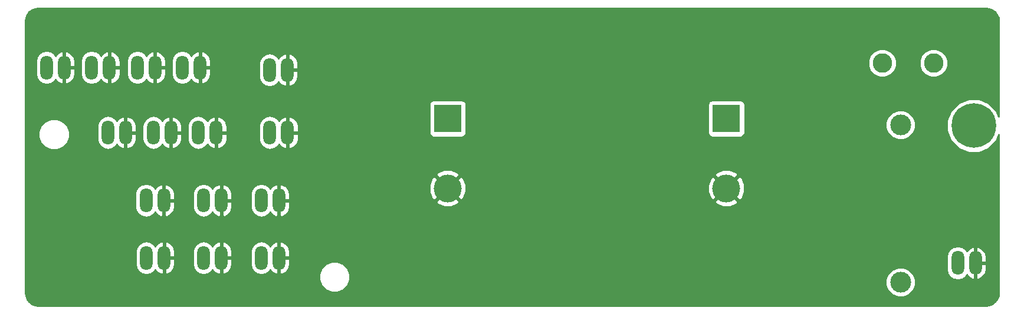
<source format=gbl>
G04 #@! TF.GenerationSoftware,KiCad,Pcbnew,5.0.1-33cea8e~68~ubuntu16.04.1*
G04 #@! TF.CreationDate,2019-04-13T16:41:16-04:00*
G04 #@! TF.ProjectId,filterbuffer,66696C7465726275666665722E6B6963,rev?*
G04 #@! TF.SameCoordinates,Original*
G04 #@! TF.FileFunction,Copper,L2,Bot,Signal*
G04 #@! TF.FilePolarity,Positive*
%FSLAX46Y46*%
G04 Gerber Fmt 4.6, Leading zero omitted, Abs format (unit mm)*
G04 Created by KiCad (PCBNEW 5.0.1-33cea8e~68~ubuntu16.04.1) date Sat 13 Apr 2019 16:41:16 EDT*
%MOMM*%
%LPD*%
G01*
G04 APERTURE LIST*
G04 #@! TA.AperFunction,ComponentPad*
%ADD10C,6.400000*%
G04 #@! TD*
G04 #@! TA.AperFunction,ComponentPad*
%ADD11C,0.800000*%
G04 #@! TD*
G04 #@! TA.AperFunction,ComponentPad*
%ADD12C,2.800000*%
G04 #@! TD*
G04 #@! TA.AperFunction,ComponentPad*
%ADD13C,3.000000*%
G04 #@! TD*
G04 #@! TA.AperFunction,ComponentPad*
%ADD14C,4.000000*%
G04 #@! TD*
G04 #@! TA.AperFunction,ComponentPad*
%ADD15R,4.000000X4.000000*%
G04 #@! TD*
G04 #@! TA.AperFunction,ComponentPad*
%ADD16O,1.800860X3.500120*%
G04 #@! TD*
G04 #@! TA.AperFunction,ViaPad*
%ADD17C,0.800000*%
G04 #@! TD*
G04 #@! TA.AperFunction,Conductor*
%ADD18C,0.254000*%
G04 #@! TD*
G04 APERTURE END LIST*
D10*
G04 #@! TO.P,H3,1*
G04 #@! TO.N,Net-(H3-Pad1)*
X181450000Y-114200000D03*
D11*
X183850000Y-114200000D03*
X183147056Y-115897056D03*
X181450000Y-116600000D03*
X179752944Y-115897056D03*
X179050000Y-114200000D03*
X179752944Y-112502944D03*
X181450000Y-111800000D03*
X183147056Y-112502944D03*
G04 #@! TD*
D12*
G04 #@! TO.P,TH1,1*
G04 #@! TO.N,Net-(F1-Pad2)*
X175700000Y-105200000D03*
G04 #@! TO.P,TH1,2*
G04 #@! TO.N,VCC*
X168330000Y-105200000D03*
G04 #@! TD*
D13*
G04 #@! TO.P,F1,1*
G04 #@! TO.N,Net-(F1-Pad1)*
X170950000Y-136700000D03*
G04 #@! TO.P,F1,2*
G04 #@! TO.N,Net-(F1-Pad2)*
X170950000Y-114100000D03*
G04 #@! TD*
D14*
G04 #@! TO.P,C1,2*
G04 #@! TO.N,GND*
X105950000Y-123200000D03*
D15*
G04 #@! TO.P,C1,1*
G04 #@! TO.N,VCC*
X105950000Y-113200000D03*
G04 #@! TD*
G04 #@! TO.P,C2,1*
G04 #@! TO.N,VCC*
X145950000Y-113200000D03*
D14*
G04 #@! TO.P,C2,2*
G04 #@! TO.N,GND*
X145950000Y-123200000D03*
G04 #@! TD*
D16*
G04 #@! TO.P,J5,2*
G04 #@! TO.N,GND*
X73450000Y-133200000D03*
G04 #@! TO.P,J5,1*
G04 #@! TO.N,VCC*
X70910000Y-133200000D03*
G04 #@! TD*
G04 #@! TO.P,J12,1*
G04 #@! TO.N,+12V*
X80430000Y-115200000D03*
G04 #@! TO.P,J12,2*
G04 #@! TO.N,GND*
X82970000Y-115200000D03*
G04 #@! TD*
G04 #@! TO.P,J11,2*
G04 #@! TO.N,GND*
X81740000Y-133200000D03*
G04 #@! TO.P,J11,1*
G04 #@! TO.N,VCC*
X79200000Y-133200000D03*
G04 #@! TD*
G04 #@! TO.P,J10,1*
G04 #@! TO.N,+5V*
X48360000Y-105850000D03*
G04 #@! TO.P,J10,2*
G04 #@! TO.N,GND*
X50900000Y-105850000D03*
G04 #@! TD*
G04 #@! TO.P,J9,2*
G04 #@! TO.N,GND*
X72720000Y-115200000D03*
G04 #@! TO.P,J9,1*
G04 #@! TO.N,+12V*
X70180000Y-115200000D03*
G04 #@! TD*
G04 #@! TO.P,J8,1*
G04 #@! TO.N,VCC*
X79200000Y-124950000D03*
G04 #@! TO.P,J8,2*
G04 #@! TO.N,GND*
X81740000Y-124950000D03*
G04 #@! TD*
G04 #@! TO.P,J7,2*
G04 #@! TO.N,GND*
X57400000Y-105850000D03*
G04 #@! TO.P,J7,1*
G04 #@! TO.N,+5V*
X54860000Y-105850000D03*
G04 #@! TD*
G04 #@! TO.P,J6,1*
G04 #@! TO.N,+12V*
X57180000Y-115200000D03*
G04 #@! TO.P,J6,2*
G04 #@! TO.N,GND*
X59720000Y-115200000D03*
G04 #@! TD*
G04 #@! TO.P,J4,2*
G04 #@! TO.N,GND*
X63940000Y-105850000D03*
G04 #@! TO.P,J4,1*
G04 #@! TO.N,+5V*
X61400000Y-105850000D03*
G04 #@! TD*
G04 #@! TO.P,J3,1*
G04 #@! TO.N,+12V*
X63680000Y-115200000D03*
G04 #@! TO.P,J3,2*
G04 #@! TO.N,GND*
X66220000Y-115200000D03*
G04 #@! TD*
G04 #@! TO.P,J2,2*
G04 #@! TO.N,GND*
X65200000Y-124950000D03*
G04 #@! TO.P,J2,1*
G04 #@! TO.N,VCC*
X62660000Y-124950000D03*
G04 #@! TD*
G04 #@! TO.P,J1,1*
G04 #@! TO.N,VCC*
X62700000Y-133200000D03*
G04 #@! TO.P,J1,2*
G04 #@! TO.N,GND*
X65240000Y-133200000D03*
G04 #@! TD*
G04 #@! TO.P,J14,2*
G04 #@! TO.N,GND*
X73470000Y-124950000D03*
G04 #@! TO.P,J14,1*
G04 #@! TO.N,VCC*
X70930000Y-124950000D03*
G04 #@! TD*
G04 #@! TO.P,J15,1*
G04 #@! TO.N,+5V*
X80410000Y-106200000D03*
G04 #@! TO.P,J15,2*
G04 #@! TO.N,GND*
X82950000Y-106200000D03*
G04 #@! TD*
G04 #@! TO.P,J16,2*
G04 #@! TO.N,GND*
X181700000Y-133950000D03*
G04 #@! TO.P,J16,1*
G04 #@! TO.N,Net-(F1-Pad1)*
X179160000Y-133950000D03*
G04 #@! TD*
G04 #@! TO.P,J13,1*
G04 #@! TO.N,+5V*
X67880000Y-105850000D03*
G04 #@! TO.P,J13,2*
G04 #@! TO.N,GND*
X70420000Y-105850000D03*
G04 #@! TD*
D17*
G04 #@! TO.N,GND*
X58950000Y-124950000D03*
X57950000Y-124950000D03*
G04 #@! TD*
D18*
G04 #@! TO.N,GND*
G36*
X183684485Y-97391880D02*
X184135952Y-97578884D01*
X184523636Y-97876364D01*
X184821116Y-98264048D01*
X185008120Y-98715515D01*
X185073000Y-99208328D01*
X185073000Y-112925358D01*
X184701156Y-112027647D01*
X183622353Y-110948844D01*
X182212829Y-110365000D01*
X180687171Y-110365000D01*
X179277647Y-110948844D01*
X178198844Y-112027647D01*
X177615000Y-113437171D01*
X177615000Y-114962829D01*
X178198844Y-116372353D01*
X179277647Y-117451156D01*
X180687171Y-118035000D01*
X182212829Y-118035000D01*
X183622353Y-117451156D01*
X184701156Y-116372353D01*
X185073000Y-115474642D01*
X185073000Y-138191672D01*
X185008120Y-138684485D01*
X184821116Y-139135952D01*
X184523636Y-139523636D01*
X184135952Y-139821116D01*
X183684485Y-140008120D01*
X183191672Y-140073000D01*
X47208328Y-140073000D01*
X46715515Y-140008120D01*
X46264048Y-139821116D01*
X45876364Y-139523636D01*
X45578884Y-139135952D01*
X45391880Y-138684485D01*
X45327000Y-138191672D01*
X45327000Y-132199148D01*
X61164570Y-132199148D01*
X61164570Y-134200853D01*
X61253658Y-134648725D01*
X61593018Y-135156613D01*
X62100906Y-135495973D01*
X62700000Y-135615140D01*
X63299095Y-135495973D01*
X63806983Y-135156613D01*
X63981740Y-134895071D01*
X64244089Y-135225145D01*
X64769748Y-135516783D01*
X64875192Y-135541093D01*
X65113000Y-135420440D01*
X65113000Y-133327000D01*
X65367000Y-133327000D01*
X65367000Y-135420440D01*
X65604808Y-135541093D01*
X65710252Y-135516783D01*
X66235911Y-135225145D01*
X66609952Y-134754546D01*
X66775430Y-134176630D01*
X66775430Y-133327000D01*
X65367000Y-133327000D01*
X65113000Y-133327000D01*
X65093000Y-133327000D01*
X65093000Y-133073000D01*
X65113000Y-133073000D01*
X65113000Y-130979560D01*
X65367000Y-130979560D01*
X65367000Y-133073000D01*
X66775430Y-133073000D01*
X66775430Y-132223370D01*
X66768495Y-132199148D01*
X69374570Y-132199148D01*
X69374570Y-134200853D01*
X69463658Y-134648725D01*
X69803018Y-135156613D01*
X70310906Y-135495973D01*
X70910000Y-135615140D01*
X71509095Y-135495973D01*
X72016983Y-135156613D01*
X72191740Y-134895071D01*
X72454089Y-135225145D01*
X72979748Y-135516783D01*
X73085192Y-135541093D01*
X73323000Y-135420440D01*
X73323000Y-133327000D01*
X73577000Y-133327000D01*
X73577000Y-135420440D01*
X73814808Y-135541093D01*
X73920252Y-135516783D01*
X74445911Y-135225145D01*
X74819952Y-134754546D01*
X74985430Y-134176630D01*
X74985430Y-133327000D01*
X73577000Y-133327000D01*
X73323000Y-133327000D01*
X73303000Y-133327000D01*
X73303000Y-133073000D01*
X73323000Y-133073000D01*
X73323000Y-130979560D01*
X73577000Y-130979560D01*
X73577000Y-133073000D01*
X74985430Y-133073000D01*
X74985430Y-132223370D01*
X74978495Y-132199148D01*
X77664570Y-132199148D01*
X77664570Y-134200853D01*
X77753658Y-134648725D01*
X78093018Y-135156613D01*
X78600906Y-135495973D01*
X79200000Y-135615140D01*
X79799095Y-135495973D01*
X80306983Y-135156613D01*
X80481740Y-134895071D01*
X80744089Y-135225145D01*
X81269748Y-135516783D01*
X81375192Y-135541093D01*
X81613000Y-135420440D01*
X81613000Y-133327000D01*
X81867000Y-133327000D01*
X81867000Y-135420440D01*
X82104808Y-135541093D01*
X82210252Y-135516783D01*
X82230713Y-135505431D01*
X87465000Y-135505431D01*
X87465000Y-136394569D01*
X87805259Y-137216026D01*
X88433974Y-137844741D01*
X89255431Y-138185000D01*
X90144569Y-138185000D01*
X90966026Y-137844741D01*
X91594741Y-137216026D01*
X91935000Y-136394569D01*
X91935000Y-136275322D01*
X168815000Y-136275322D01*
X168815000Y-137124678D01*
X169140034Y-137909380D01*
X169740620Y-138509966D01*
X170525322Y-138835000D01*
X171374678Y-138835000D01*
X172159380Y-138509966D01*
X172759966Y-137909380D01*
X173085000Y-137124678D01*
X173085000Y-136275322D01*
X172759966Y-135490620D01*
X172159380Y-134890034D01*
X171374678Y-134565000D01*
X170525322Y-134565000D01*
X169740620Y-134890034D01*
X169140034Y-135490620D01*
X168815000Y-136275322D01*
X91935000Y-136275322D01*
X91935000Y-135505431D01*
X91594741Y-134683974D01*
X90966026Y-134055259D01*
X90144569Y-133715000D01*
X89255431Y-133715000D01*
X88433974Y-134055259D01*
X87805259Y-134683974D01*
X87465000Y-135505431D01*
X82230713Y-135505431D01*
X82735911Y-135225145D01*
X83109952Y-134754546D01*
X83275430Y-134176630D01*
X83275430Y-133327000D01*
X81867000Y-133327000D01*
X81613000Y-133327000D01*
X81593000Y-133327000D01*
X81593000Y-133073000D01*
X81613000Y-133073000D01*
X81613000Y-130979560D01*
X81867000Y-130979560D01*
X81867000Y-133073000D01*
X83275430Y-133073000D01*
X83275430Y-132949148D01*
X177624570Y-132949148D01*
X177624570Y-134950853D01*
X177713658Y-135398725D01*
X178053018Y-135906613D01*
X178560906Y-136245973D01*
X179160000Y-136365140D01*
X179759095Y-136245973D01*
X180266983Y-135906613D01*
X180441740Y-135645071D01*
X180704089Y-135975145D01*
X181229748Y-136266783D01*
X181335192Y-136291093D01*
X181573000Y-136170440D01*
X181573000Y-134077000D01*
X181827000Y-134077000D01*
X181827000Y-136170440D01*
X182064808Y-136291093D01*
X182170252Y-136266783D01*
X182695911Y-135975145D01*
X183069952Y-135504546D01*
X183235430Y-134926630D01*
X183235430Y-134077000D01*
X181827000Y-134077000D01*
X181573000Y-134077000D01*
X181553000Y-134077000D01*
X181553000Y-133823000D01*
X181573000Y-133823000D01*
X181573000Y-131729560D01*
X181827000Y-131729560D01*
X181827000Y-133823000D01*
X183235430Y-133823000D01*
X183235430Y-132973370D01*
X183069952Y-132395454D01*
X182695911Y-131924855D01*
X182170252Y-131633217D01*
X182064808Y-131608907D01*
X181827000Y-131729560D01*
X181573000Y-131729560D01*
X181335192Y-131608907D01*
X181229748Y-131633217D01*
X180704089Y-131924855D01*
X180441740Y-132254929D01*
X180266983Y-131993387D01*
X179759094Y-131654027D01*
X179160000Y-131534860D01*
X178560905Y-131654027D01*
X178053017Y-131993387D01*
X177713657Y-132501276D01*
X177624570Y-132949148D01*
X83275430Y-132949148D01*
X83275430Y-132223370D01*
X83109952Y-131645454D01*
X82735911Y-131174855D01*
X82210252Y-130883217D01*
X82104808Y-130858907D01*
X81867000Y-130979560D01*
X81613000Y-130979560D01*
X81375192Y-130858907D01*
X81269748Y-130883217D01*
X80744089Y-131174855D01*
X80481740Y-131504929D01*
X80306983Y-131243387D01*
X79799094Y-130904027D01*
X79200000Y-130784860D01*
X78600905Y-130904027D01*
X78093017Y-131243387D01*
X77753657Y-131751276D01*
X77664570Y-132199148D01*
X74978495Y-132199148D01*
X74819952Y-131645454D01*
X74445911Y-131174855D01*
X73920252Y-130883217D01*
X73814808Y-130858907D01*
X73577000Y-130979560D01*
X73323000Y-130979560D01*
X73085192Y-130858907D01*
X72979748Y-130883217D01*
X72454089Y-131174855D01*
X72191740Y-131504929D01*
X72016983Y-131243387D01*
X71509094Y-130904027D01*
X70910000Y-130784860D01*
X70310905Y-130904027D01*
X69803017Y-131243387D01*
X69463657Y-131751276D01*
X69374570Y-132199148D01*
X66768495Y-132199148D01*
X66609952Y-131645454D01*
X66235911Y-131174855D01*
X65710252Y-130883217D01*
X65604808Y-130858907D01*
X65367000Y-130979560D01*
X65113000Y-130979560D01*
X64875192Y-130858907D01*
X64769748Y-130883217D01*
X64244089Y-131174855D01*
X63981740Y-131504929D01*
X63806983Y-131243387D01*
X63299094Y-130904027D01*
X62700000Y-130784860D01*
X62100905Y-130904027D01*
X61593017Y-131243387D01*
X61253657Y-131751276D01*
X61164570Y-132199148D01*
X45327000Y-132199148D01*
X45327000Y-123949148D01*
X61124570Y-123949148D01*
X61124570Y-125950853D01*
X61213658Y-126398725D01*
X61553018Y-126906613D01*
X62060906Y-127245973D01*
X62660000Y-127365140D01*
X63259095Y-127245973D01*
X63766983Y-126906613D01*
X63941740Y-126645071D01*
X64204089Y-126975145D01*
X64729748Y-127266783D01*
X64835192Y-127291093D01*
X65073000Y-127170440D01*
X65073000Y-125077000D01*
X65327000Y-125077000D01*
X65327000Y-127170440D01*
X65564808Y-127291093D01*
X65670252Y-127266783D01*
X66195911Y-126975145D01*
X66569952Y-126504546D01*
X66735430Y-125926630D01*
X66735430Y-125077000D01*
X65327000Y-125077000D01*
X65073000Y-125077000D01*
X65053000Y-125077000D01*
X65053000Y-124823000D01*
X65073000Y-124823000D01*
X65073000Y-122729560D01*
X65327000Y-122729560D01*
X65327000Y-124823000D01*
X66735430Y-124823000D01*
X66735430Y-123973370D01*
X66728495Y-123949148D01*
X69394570Y-123949148D01*
X69394570Y-125950853D01*
X69483658Y-126398725D01*
X69823018Y-126906613D01*
X70330906Y-127245973D01*
X70930000Y-127365140D01*
X71529095Y-127245973D01*
X72036983Y-126906613D01*
X72211740Y-126645071D01*
X72474089Y-126975145D01*
X72999748Y-127266783D01*
X73105192Y-127291093D01*
X73343000Y-127170440D01*
X73343000Y-125077000D01*
X73597000Y-125077000D01*
X73597000Y-127170440D01*
X73834808Y-127291093D01*
X73940252Y-127266783D01*
X74465911Y-126975145D01*
X74839952Y-126504546D01*
X75005430Y-125926630D01*
X75005430Y-125077000D01*
X73597000Y-125077000D01*
X73343000Y-125077000D01*
X73323000Y-125077000D01*
X73323000Y-124823000D01*
X73343000Y-124823000D01*
X73343000Y-122729560D01*
X73597000Y-122729560D01*
X73597000Y-124823000D01*
X75005430Y-124823000D01*
X75005430Y-123973370D01*
X74998495Y-123949148D01*
X77664570Y-123949148D01*
X77664570Y-125950853D01*
X77753658Y-126398725D01*
X78093018Y-126906613D01*
X78600906Y-127245973D01*
X79200000Y-127365140D01*
X79799095Y-127245973D01*
X80306983Y-126906613D01*
X80481740Y-126645071D01*
X80744089Y-126975145D01*
X81269748Y-127266783D01*
X81375192Y-127291093D01*
X81613000Y-127170440D01*
X81613000Y-125077000D01*
X81867000Y-125077000D01*
X81867000Y-127170440D01*
X82104808Y-127291093D01*
X82210252Y-127266783D01*
X82735911Y-126975145D01*
X83109952Y-126504546D01*
X83275430Y-125926630D01*
X83275430Y-125077000D01*
X81867000Y-125077000D01*
X81613000Y-125077000D01*
X81593000Y-125077000D01*
X81593000Y-125075022D01*
X104254584Y-125075022D01*
X104475353Y-125445743D01*
X105447012Y-125839119D01*
X106495247Y-125830713D01*
X107424647Y-125445743D01*
X107645416Y-125075022D01*
X144254584Y-125075022D01*
X144475353Y-125445743D01*
X145447012Y-125839119D01*
X146495247Y-125830713D01*
X147424647Y-125445743D01*
X147645416Y-125075022D01*
X145950000Y-123379605D01*
X144254584Y-125075022D01*
X107645416Y-125075022D01*
X105950000Y-123379605D01*
X104254584Y-125075022D01*
X81593000Y-125075022D01*
X81593000Y-124823000D01*
X81613000Y-124823000D01*
X81613000Y-122729560D01*
X81867000Y-122729560D01*
X81867000Y-124823000D01*
X83275430Y-124823000D01*
X83275430Y-123973370D01*
X83109952Y-123395454D01*
X82735911Y-122924855D01*
X82325239Y-122697012D01*
X103310881Y-122697012D01*
X103319287Y-123745247D01*
X103704257Y-124674647D01*
X104074978Y-124895416D01*
X105770395Y-123200000D01*
X106129605Y-123200000D01*
X107825022Y-124895416D01*
X108195743Y-124674647D01*
X108589119Y-123702988D01*
X108581052Y-122697012D01*
X143310881Y-122697012D01*
X143319287Y-123745247D01*
X143704257Y-124674647D01*
X144074978Y-124895416D01*
X145770395Y-123200000D01*
X146129605Y-123200000D01*
X147825022Y-124895416D01*
X148195743Y-124674647D01*
X148589119Y-123702988D01*
X148580713Y-122654753D01*
X148195743Y-121725353D01*
X147825022Y-121504584D01*
X146129605Y-123200000D01*
X145770395Y-123200000D01*
X144074978Y-121504584D01*
X143704257Y-121725353D01*
X143310881Y-122697012D01*
X108581052Y-122697012D01*
X108580713Y-122654753D01*
X108195743Y-121725353D01*
X107825022Y-121504584D01*
X106129605Y-123200000D01*
X105770395Y-123200000D01*
X104074978Y-121504584D01*
X103704257Y-121725353D01*
X103310881Y-122697012D01*
X82325239Y-122697012D01*
X82210252Y-122633217D01*
X82104808Y-122608907D01*
X81867000Y-122729560D01*
X81613000Y-122729560D01*
X81375192Y-122608907D01*
X81269748Y-122633217D01*
X80744089Y-122924855D01*
X80481740Y-123254929D01*
X80306983Y-122993387D01*
X79799094Y-122654027D01*
X79200000Y-122534860D01*
X78600905Y-122654027D01*
X78093017Y-122993387D01*
X77753657Y-123501276D01*
X77664570Y-123949148D01*
X74998495Y-123949148D01*
X74839952Y-123395454D01*
X74465911Y-122924855D01*
X73940252Y-122633217D01*
X73834808Y-122608907D01*
X73597000Y-122729560D01*
X73343000Y-122729560D01*
X73105192Y-122608907D01*
X72999748Y-122633217D01*
X72474089Y-122924855D01*
X72211740Y-123254929D01*
X72036983Y-122993387D01*
X71529094Y-122654027D01*
X70930000Y-122534860D01*
X70330905Y-122654027D01*
X69823017Y-122993387D01*
X69483657Y-123501276D01*
X69394570Y-123949148D01*
X66728495Y-123949148D01*
X66569952Y-123395454D01*
X66195911Y-122924855D01*
X65670252Y-122633217D01*
X65564808Y-122608907D01*
X65327000Y-122729560D01*
X65073000Y-122729560D01*
X64835192Y-122608907D01*
X64729748Y-122633217D01*
X64204089Y-122924855D01*
X63941740Y-123254929D01*
X63766983Y-122993387D01*
X63259094Y-122654027D01*
X62660000Y-122534860D01*
X62060905Y-122654027D01*
X61553017Y-122993387D01*
X61213657Y-123501276D01*
X61124570Y-123949148D01*
X45327000Y-123949148D01*
X45327000Y-121324978D01*
X104254584Y-121324978D01*
X105950000Y-123020395D01*
X107645416Y-121324978D01*
X144254584Y-121324978D01*
X145950000Y-123020395D01*
X147645416Y-121324978D01*
X147424647Y-120954257D01*
X146452988Y-120560881D01*
X145404753Y-120569287D01*
X144475353Y-120954257D01*
X144254584Y-121324978D01*
X107645416Y-121324978D01*
X107424647Y-120954257D01*
X106452988Y-120560881D01*
X105404753Y-120569287D01*
X104475353Y-120954257D01*
X104254584Y-121324978D01*
X45327000Y-121324978D01*
X45327000Y-115005431D01*
X47215000Y-115005431D01*
X47215000Y-115894569D01*
X47555259Y-116716026D01*
X48183974Y-117344741D01*
X49005431Y-117685000D01*
X49894569Y-117685000D01*
X50716026Y-117344741D01*
X51344741Y-116716026D01*
X51685000Y-115894569D01*
X51685000Y-115005431D01*
X51351027Y-114199148D01*
X55644570Y-114199148D01*
X55644570Y-116200853D01*
X55733658Y-116648725D01*
X56073018Y-117156613D01*
X56580906Y-117495973D01*
X57180000Y-117615140D01*
X57779095Y-117495973D01*
X58286983Y-117156613D01*
X58461740Y-116895071D01*
X58724089Y-117225145D01*
X59249748Y-117516783D01*
X59355192Y-117541093D01*
X59593000Y-117420440D01*
X59593000Y-115327000D01*
X59847000Y-115327000D01*
X59847000Y-117420440D01*
X60084808Y-117541093D01*
X60190252Y-117516783D01*
X60715911Y-117225145D01*
X61089952Y-116754546D01*
X61255430Y-116176630D01*
X61255430Y-115327000D01*
X59847000Y-115327000D01*
X59593000Y-115327000D01*
X59573000Y-115327000D01*
X59573000Y-115073000D01*
X59593000Y-115073000D01*
X59593000Y-112979560D01*
X59847000Y-112979560D01*
X59847000Y-115073000D01*
X61255430Y-115073000D01*
X61255430Y-114223370D01*
X61248495Y-114199148D01*
X62144570Y-114199148D01*
X62144570Y-116200853D01*
X62233658Y-116648725D01*
X62573018Y-117156613D01*
X63080906Y-117495973D01*
X63680000Y-117615140D01*
X64279095Y-117495973D01*
X64786983Y-117156613D01*
X64961740Y-116895071D01*
X65224089Y-117225145D01*
X65749748Y-117516783D01*
X65855192Y-117541093D01*
X66093000Y-117420440D01*
X66093000Y-115327000D01*
X66347000Y-115327000D01*
X66347000Y-117420440D01*
X66584808Y-117541093D01*
X66690252Y-117516783D01*
X67215911Y-117225145D01*
X67589952Y-116754546D01*
X67755430Y-116176630D01*
X67755430Y-115327000D01*
X66347000Y-115327000D01*
X66093000Y-115327000D01*
X66073000Y-115327000D01*
X66073000Y-115073000D01*
X66093000Y-115073000D01*
X66093000Y-112979560D01*
X66347000Y-112979560D01*
X66347000Y-115073000D01*
X67755430Y-115073000D01*
X67755430Y-114223370D01*
X67748495Y-114199148D01*
X68644570Y-114199148D01*
X68644570Y-116200853D01*
X68733658Y-116648725D01*
X69073018Y-117156613D01*
X69580906Y-117495973D01*
X70180000Y-117615140D01*
X70779095Y-117495973D01*
X71286983Y-117156613D01*
X71461740Y-116895071D01*
X71724089Y-117225145D01*
X72249748Y-117516783D01*
X72355192Y-117541093D01*
X72593000Y-117420440D01*
X72593000Y-115327000D01*
X72847000Y-115327000D01*
X72847000Y-117420440D01*
X73084808Y-117541093D01*
X73190252Y-117516783D01*
X73715911Y-117225145D01*
X74089952Y-116754546D01*
X74255430Y-116176630D01*
X74255430Y-115327000D01*
X72847000Y-115327000D01*
X72593000Y-115327000D01*
X72573000Y-115327000D01*
X72573000Y-115073000D01*
X72593000Y-115073000D01*
X72593000Y-112979560D01*
X72847000Y-112979560D01*
X72847000Y-115073000D01*
X74255430Y-115073000D01*
X74255430Y-114223370D01*
X74248495Y-114199148D01*
X78894570Y-114199148D01*
X78894570Y-116200853D01*
X78983658Y-116648725D01*
X79323018Y-117156613D01*
X79830906Y-117495973D01*
X80430000Y-117615140D01*
X81029095Y-117495973D01*
X81536983Y-117156613D01*
X81711740Y-116895071D01*
X81974089Y-117225145D01*
X82499748Y-117516783D01*
X82605192Y-117541093D01*
X82843000Y-117420440D01*
X82843000Y-115327000D01*
X83097000Y-115327000D01*
X83097000Y-117420440D01*
X83334808Y-117541093D01*
X83440252Y-117516783D01*
X83965911Y-117225145D01*
X84339952Y-116754546D01*
X84505430Y-116176630D01*
X84505430Y-115327000D01*
X83097000Y-115327000D01*
X82843000Y-115327000D01*
X82823000Y-115327000D01*
X82823000Y-115073000D01*
X82843000Y-115073000D01*
X82843000Y-112979560D01*
X83097000Y-112979560D01*
X83097000Y-115073000D01*
X84505430Y-115073000D01*
X84505430Y-114223370D01*
X84339952Y-113645454D01*
X83965911Y-113174855D01*
X83440252Y-112883217D01*
X83334808Y-112858907D01*
X83097000Y-112979560D01*
X82843000Y-112979560D01*
X82605192Y-112858907D01*
X82499748Y-112883217D01*
X81974089Y-113174855D01*
X81711740Y-113504929D01*
X81536983Y-113243387D01*
X81029094Y-112904027D01*
X80430000Y-112784860D01*
X79830905Y-112904027D01*
X79323017Y-113243387D01*
X78983657Y-113751276D01*
X78894570Y-114199148D01*
X74248495Y-114199148D01*
X74089952Y-113645454D01*
X73715911Y-113174855D01*
X73190252Y-112883217D01*
X73084808Y-112858907D01*
X72847000Y-112979560D01*
X72593000Y-112979560D01*
X72355192Y-112858907D01*
X72249748Y-112883217D01*
X71724089Y-113174855D01*
X71461740Y-113504929D01*
X71286983Y-113243387D01*
X70779094Y-112904027D01*
X70180000Y-112784860D01*
X69580905Y-112904027D01*
X69073017Y-113243387D01*
X68733657Y-113751276D01*
X68644570Y-114199148D01*
X67748495Y-114199148D01*
X67589952Y-113645454D01*
X67215911Y-113174855D01*
X66690252Y-112883217D01*
X66584808Y-112858907D01*
X66347000Y-112979560D01*
X66093000Y-112979560D01*
X65855192Y-112858907D01*
X65749748Y-112883217D01*
X65224089Y-113174855D01*
X64961740Y-113504929D01*
X64786983Y-113243387D01*
X64279094Y-112904027D01*
X63680000Y-112784860D01*
X63080905Y-112904027D01*
X62573017Y-113243387D01*
X62233657Y-113751276D01*
X62144570Y-114199148D01*
X61248495Y-114199148D01*
X61089952Y-113645454D01*
X60715911Y-113174855D01*
X60190252Y-112883217D01*
X60084808Y-112858907D01*
X59847000Y-112979560D01*
X59593000Y-112979560D01*
X59355192Y-112858907D01*
X59249748Y-112883217D01*
X58724089Y-113174855D01*
X58461740Y-113504929D01*
X58286983Y-113243387D01*
X57779094Y-112904027D01*
X57180000Y-112784860D01*
X56580905Y-112904027D01*
X56073017Y-113243387D01*
X55733657Y-113751276D01*
X55644570Y-114199148D01*
X51351027Y-114199148D01*
X51344741Y-114183974D01*
X50716026Y-113555259D01*
X49894569Y-113215000D01*
X49005431Y-113215000D01*
X48183974Y-113555259D01*
X47555259Y-114183974D01*
X47215000Y-115005431D01*
X45327000Y-115005431D01*
X45327000Y-111200000D01*
X103302560Y-111200000D01*
X103302560Y-115200000D01*
X103351843Y-115447765D01*
X103492191Y-115657809D01*
X103702235Y-115798157D01*
X103950000Y-115847440D01*
X107950000Y-115847440D01*
X108197765Y-115798157D01*
X108407809Y-115657809D01*
X108548157Y-115447765D01*
X108597440Y-115200000D01*
X108597440Y-111200000D01*
X143302560Y-111200000D01*
X143302560Y-115200000D01*
X143351843Y-115447765D01*
X143492191Y-115657809D01*
X143702235Y-115798157D01*
X143950000Y-115847440D01*
X147950000Y-115847440D01*
X148197765Y-115798157D01*
X148407809Y-115657809D01*
X148548157Y-115447765D01*
X148597440Y-115200000D01*
X148597440Y-113675322D01*
X168815000Y-113675322D01*
X168815000Y-114524678D01*
X169140034Y-115309380D01*
X169740620Y-115909966D01*
X170525322Y-116235000D01*
X171374678Y-116235000D01*
X172159380Y-115909966D01*
X172759966Y-115309380D01*
X173085000Y-114524678D01*
X173085000Y-113675322D01*
X172759966Y-112890620D01*
X172159380Y-112290034D01*
X171374678Y-111965000D01*
X170525322Y-111965000D01*
X169740620Y-112290034D01*
X169140034Y-112890620D01*
X168815000Y-113675322D01*
X148597440Y-113675322D01*
X148597440Y-111200000D01*
X148548157Y-110952235D01*
X148407809Y-110742191D01*
X148197765Y-110601843D01*
X147950000Y-110552560D01*
X143950000Y-110552560D01*
X143702235Y-110601843D01*
X143492191Y-110742191D01*
X143351843Y-110952235D01*
X143302560Y-111200000D01*
X108597440Y-111200000D01*
X108548157Y-110952235D01*
X108407809Y-110742191D01*
X108197765Y-110601843D01*
X107950000Y-110552560D01*
X103950000Y-110552560D01*
X103702235Y-110601843D01*
X103492191Y-110742191D01*
X103351843Y-110952235D01*
X103302560Y-111200000D01*
X45327000Y-111200000D01*
X45327000Y-104849148D01*
X46824570Y-104849148D01*
X46824570Y-106850853D01*
X46913658Y-107298725D01*
X47253018Y-107806613D01*
X47760906Y-108145973D01*
X48360000Y-108265140D01*
X48959095Y-108145973D01*
X49466983Y-107806613D01*
X49641740Y-107545071D01*
X49904089Y-107875145D01*
X50429748Y-108166783D01*
X50535192Y-108191093D01*
X50773000Y-108070440D01*
X50773000Y-105977000D01*
X51027000Y-105977000D01*
X51027000Y-108070440D01*
X51264808Y-108191093D01*
X51370252Y-108166783D01*
X51895911Y-107875145D01*
X52269952Y-107404546D01*
X52435430Y-106826630D01*
X52435430Y-105977000D01*
X51027000Y-105977000D01*
X50773000Y-105977000D01*
X50753000Y-105977000D01*
X50753000Y-105723000D01*
X50773000Y-105723000D01*
X50773000Y-103629560D01*
X51027000Y-103629560D01*
X51027000Y-105723000D01*
X52435430Y-105723000D01*
X52435430Y-104873370D01*
X52428495Y-104849148D01*
X53324570Y-104849148D01*
X53324570Y-106850853D01*
X53413658Y-107298725D01*
X53753018Y-107806613D01*
X54260906Y-108145973D01*
X54860000Y-108265140D01*
X55459095Y-108145973D01*
X55966983Y-107806613D01*
X56141740Y-107545071D01*
X56404089Y-107875145D01*
X56929748Y-108166783D01*
X57035192Y-108191093D01*
X57273000Y-108070440D01*
X57273000Y-105977000D01*
X57527000Y-105977000D01*
X57527000Y-108070440D01*
X57764808Y-108191093D01*
X57870252Y-108166783D01*
X58395911Y-107875145D01*
X58769952Y-107404546D01*
X58935430Y-106826630D01*
X58935430Y-105977000D01*
X57527000Y-105977000D01*
X57273000Y-105977000D01*
X57253000Y-105977000D01*
X57253000Y-105723000D01*
X57273000Y-105723000D01*
X57273000Y-103629560D01*
X57527000Y-103629560D01*
X57527000Y-105723000D01*
X58935430Y-105723000D01*
X58935430Y-104873370D01*
X58928495Y-104849148D01*
X59864570Y-104849148D01*
X59864570Y-106850853D01*
X59953658Y-107298725D01*
X60293018Y-107806613D01*
X60800906Y-108145973D01*
X61400000Y-108265140D01*
X61999095Y-108145973D01*
X62506983Y-107806613D01*
X62681740Y-107545071D01*
X62944089Y-107875145D01*
X63469748Y-108166783D01*
X63575192Y-108191093D01*
X63813000Y-108070440D01*
X63813000Y-105977000D01*
X64067000Y-105977000D01*
X64067000Y-108070440D01*
X64304808Y-108191093D01*
X64410252Y-108166783D01*
X64935911Y-107875145D01*
X65309952Y-107404546D01*
X65475430Y-106826630D01*
X65475430Y-105977000D01*
X64067000Y-105977000D01*
X63813000Y-105977000D01*
X63793000Y-105977000D01*
X63793000Y-105723000D01*
X63813000Y-105723000D01*
X63813000Y-103629560D01*
X64067000Y-103629560D01*
X64067000Y-105723000D01*
X65475430Y-105723000D01*
X65475430Y-104873370D01*
X65468495Y-104849148D01*
X66344570Y-104849148D01*
X66344570Y-106850853D01*
X66433658Y-107298725D01*
X66773018Y-107806613D01*
X67280906Y-108145973D01*
X67880000Y-108265140D01*
X68479095Y-108145973D01*
X68986983Y-107806613D01*
X69161740Y-107545071D01*
X69424089Y-107875145D01*
X69949748Y-108166783D01*
X70055192Y-108191093D01*
X70293000Y-108070440D01*
X70293000Y-105977000D01*
X70547000Y-105977000D01*
X70547000Y-108070440D01*
X70784808Y-108191093D01*
X70890252Y-108166783D01*
X71415911Y-107875145D01*
X71789952Y-107404546D01*
X71955430Y-106826630D01*
X71955430Y-105977000D01*
X70547000Y-105977000D01*
X70293000Y-105977000D01*
X70273000Y-105977000D01*
X70273000Y-105723000D01*
X70293000Y-105723000D01*
X70293000Y-103629560D01*
X70547000Y-103629560D01*
X70547000Y-105723000D01*
X71955430Y-105723000D01*
X71955430Y-105199148D01*
X78874570Y-105199148D01*
X78874570Y-107200853D01*
X78963658Y-107648725D01*
X79303018Y-108156613D01*
X79810906Y-108495973D01*
X80410000Y-108615140D01*
X81009095Y-108495973D01*
X81516983Y-108156613D01*
X81691740Y-107895071D01*
X81954089Y-108225145D01*
X82479748Y-108516783D01*
X82585192Y-108541093D01*
X82823000Y-108420440D01*
X82823000Y-106327000D01*
X83077000Y-106327000D01*
X83077000Y-108420440D01*
X83314808Y-108541093D01*
X83420252Y-108516783D01*
X83945911Y-108225145D01*
X84319952Y-107754546D01*
X84485430Y-107176630D01*
X84485430Y-106327000D01*
X83077000Y-106327000D01*
X82823000Y-106327000D01*
X82803000Y-106327000D01*
X82803000Y-106073000D01*
X82823000Y-106073000D01*
X82823000Y-103979560D01*
X83077000Y-103979560D01*
X83077000Y-106073000D01*
X84485430Y-106073000D01*
X84485430Y-105223370D01*
X84362834Y-104795213D01*
X166295000Y-104795213D01*
X166295000Y-105604787D01*
X166604810Y-106352735D01*
X167177265Y-106925190D01*
X167925213Y-107235000D01*
X168734787Y-107235000D01*
X169482735Y-106925190D01*
X170055190Y-106352735D01*
X170365000Y-105604787D01*
X170365000Y-104795213D01*
X173665000Y-104795213D01*
X173665000Y-105604787D01*
X173974810Y-106352735D01*
X174547265Y-106925190D01*
X175295213Y-107235000D01*
X176104787Y-107235000D01*
X176852735Y-106925190D01*
X177425190Y-106352735D01*
X177735000Y-105604787D01*
X177735000Y-104795213D01*
X177425190Y-104047265D01*
X176852735Y-103474810D01*
X176104787Y-103165000D01*
X175295213Y-103165000D01*
X174547265Y-103474810D01*
X173974810Y-104047265D01*
X173665000Y-104795213D01*
X170365000Y-104795213D01*
X170055190Y-104047265D01*
X169482735Y-103474810D01*
X168734787Y-103165000D01*
X167925213Y-103165000D01*
X167177265Y-103474810D01*
X166604810Y-104047265D01*
X166295000Y-104795213D01*
X84362834Y-104795213D01*
X84319952Y-104645454D01*
X83945911Y-104174855D01*
X83420252Y-103883217D01*
X83314808Y-103858907D01*
X83077000Y-103979560D01*
X82823000Y-103979560D01*
X82585192Y-103858907D01*
X82479748Y-103883217D01*
X81954089Y-104174855D01*
X81691740Y-104504929D01*
X81516983Y-104243387D01*
X81009094Y-103904027D01*
X80410000Y-103784860D01*
X79810905Y-103904027D01*
X79303017Y-104243387D01*
X78963657Y-104751276D01*
X78874570Y-105199148D01*
X71955430Y-105199148D01*
X71955430Y-104873370D01*
X71789952Y-104295454D01*
X71415911Y-103824855D01*
X70890252Y-103533217D01*
X70784808Y-103508907D01*
X70547000Y-103629560D01*
X70293000Y-103629560D01*
X70055192Y-103508907D01*
X69949748Y-103533217D01*
X69424089Y-103824855D01*
X69161740Y-104154929D01*
X68986983Y-103893387D01*
X68479094Y-103554027D01*
X67880000Y-103434860D01*
X67280905Y-103554027D01*
X66773017Y-103893387D01*
X66433657Y-104401276D01*
X66344570Y-104849148D01*
X65468495Y-104849148D01*
X65309952Y-104295454D01*
X64935911Y-103824855D01*
X64410252Y-103533217D01*
X64304808Y-103508907D01*
X64067000Y-103629560D01*
X63813000Y-103629560D01*
X63575192Y-103508907D01*
X63469748Y-103533217D01*
X62944089Y-103824855D01*
X62681740Y-104154929D01*
X62506983Y-103893387D01*
X61999094Y-103554027D01*
X61400000Y-103434860D01*
X60800905Y-103554027D01*
X60293017Y-103893387D01*
X59953657Y-104401276D01*
X59864570Y-104849148D01*
X58928495Y-104849148D01*
X58769952Y-104295454D01*
X58395911Y-103824855D01*
X57870252Y-103533217D01*
X57764808Y-103508907D01*
X57527000Y-103629560D01*
X57273000Y-103629560D01*
X57035192Y-103508907D01*
X56929748Y-103533217D01*
X56404089Y-103824855D01*
X56141740Y-104154929D01*
X55966983Y-103893387D01*
X55459094Y-103554027D01*
X54860000Y-103434860D01*
X54260905Y-103554027D01*
X53753017Y-103893387D01*
X53413657Y-104401276D01*
X53324570Y-104849148D01*
X52428495Y-104849148D01*
X52269952Y-104295454D01*
X51895911Y-103824855D01*
X51370252Y-103533217D01*
X51264808Y-103508907D01*
X51027000Y-103629560D01*
X50773000Y-103629560D01*
X50535192Y-103508907D01*
X50429748Y-103533217D01*
X49904089Y-103824855D01*
X49641740Y-104154929D01*
X49466983Y-103893387D01*
X48959094Y-103554027D01*
X48360000Y-103434860D01*
X47760905Y-103554027D01*
X47253017Y-103893387D01*
X46913657Y-104401276D01*
X46824570Y-104849148D01*
X45327000Y-104849148D01*
X45327000Y-99208328D01*
X45391880Y-98715515D01*
X45578884Y-98264048D01*
X45876364Y-97876364D01*
X46264048Y-97578884D01*
X46715515Y-97391880D01*
X47208328Y-97327000D01*
X183191672Y-97327000D01*
X183684485Y-97391880D01*
X183684485Y-97391880D01*
G37*
X183684485Y-97391880D02*
X184135952Y-97578884D01*
X184523636Y-97876364D01*
X184821116Y-98264048D01*
X185008120Y-98715515D01*
X185073000Y-99208328D01*
X185073000Y-112925358D01*
X184701156Y-112027647D01*
X183622353Y-110948844D01*
X182212829Y-110365000D01*
X180687171Y-110365000D01*
X179277647Y-110948844D01*
X178198844Y-112027647D01*
X177615000Y-113437171D01*
X177615000Y-114962829D01*
X178198844Y-116372353D01*
X179277647Y-117451156D01*
X180687171Y-118035000D01*
X182212829Y-118035000D01*
X183622353Y-117451156D01*
X184701156Y-116372353D01*
X185073000Y-115474642D01*
X185073000Y-138191672D01*
X185008120Y-138684485D01*
X184821116Y-139135952D01*
X184523636Y-139523636D01*
X184135952Y-139821116D01*
X183684485Y-140008120D01*
X183191672Y-140073000D01*
X47208328Y-140073000D01*
X46715515Y-140008120D01*
X46264048Y-139821116D01*
X45876364Y-139523636D01*
X45578884Y-139135952D01*
X45391880Y-138684485D01*
X45327000Y-138191672D01*
X45327000Y-132199148D01*
X61164570Y-132199148D01*
X61164570Y-134200853D01*
X61253658Y-134648725D01*
X61593018Y-135156613D01*
X62100906Y-135495973D01*
X62700000Y-135615140D01*
X63299095Y-135495973D01*
X63806983Y-135156613D01*
X63981740Y-134895071D01*
X64244089Y-135225145D01*
X64769748Y-135516783D01*
X64875192Y-135541093D01*
X65113000Y-135420440D01*
X65113000Y-133327000D01*
X65367000Y-133327000D01*
X65367000Y-135420440D01*
X65604808Y-135541093D01*
X65710252Y-135516783D01*
X66235911Y-135225145D01*
X66609952Y-134754546D01*
X66775430Y-134176630D01*
X66775430Y-133327000D01*
X65367000Y-133327000D01*
X65113000Y-133327000D01*
X65093000Y-133327000D01*
X65093000Y-133073000D01*
X65113000Y-133073000D01*
X65113000Y-130979560D01*
X65367000Y-130979560D01*
X65367000Y-133073000D01*
X66775430Y-133073000D01*
X66775430Y-132223370D01*
X66768495Y-132199148D01*
X69374570Y-132199148D01*
X69374570Y-134200853D01*
X69463658Y-134648725D01*
X69803018Y-135156613D01*
X70310906Y-135495973D01*
X70910000Y-135615140D01*
X71509095Y-135495973D01*
X72016983Y-135156613D01*
X72191740Y-134895071D01*
X72454089Y-135225145D01*
X72979748Y-135516783D01*
X73085192Y-135541093D01*
X73323000Y-135420440D01*
X73323000Y-133327000D01*
X73577000Y-133327000D01*
X73577000Y-135420440D01*
X73814808Y-135541093D01*
X73920252Y-135516783D01*
X74445911Y-135225145D01*
X74819952Y-134754546D01*
X74985430Y-134176630D01*
X74985430Y-133327000D01*
X73577000Y-133327000D01*
X73323000Y-133327000D01*
X73303000Y-133327000D01*
X73303000Y-133073000D01*
X73323000Y-133073000D01*
X73323000Y-130979560D01*
X73577000Y-130979560D01*
X73577000Y-133073000D01*
X74985430Y-133073000D01*
X74985430Y-132223370D01*
X74978495Y-132199148D01*
X77664570Y-132199148D01*
X77664570Y-134200853D01*
X77753658Y-134648725D01*
X78093018Y-135156613D01*
X78600906Y-135495973D01*
X79200000Y-135615140D01*
X79799095Y-135495973D01*
X80306983Y-135156613D01*
X80481740Y-134895071D01*
X80744089Y-135225145D01*
X81269748Y-135516783D01*
X81375192Y-135541093D01*
X81613000Y-135420440D01*
X81613000Y-133327000D01*
X81867000Y-133327000D01*
X81867000Y-135420440D01*
X82104808Y-135541093D01*
X82210252Y-135516783D01*
X82230713Y-135505431D01*
X87465000Y-135505431D01*
X87465000Y-136394569D01*
X87805259Y-137216026D01*
X88433974Y-137844741D01*
X89255431Y-138185000D01*
X90144569Y-138185000D01*
X90966026Y-137844741D01*
X91594741Y-137216026D01*
X91935000Y-136394569D01*
X91935000Y-136275322D01*
X168815000Y-136275322D01*
X168815000Y-137124678D01*
X169140034Y-137909380D01*
X169740620Y-138509966D01*
X170525322Y-138835000D01*
X171374678Y-138835000D01*
X172159380Y-138509966D01*
X172759966Y-137909380D01*
X173085000Y-137124678D01*
X173085000Y-136275322D01*
X172759966Y-135490620D01*
X172159380Y-134890034D01*
X171374678Y-134565000D01*
X170525322Y-134565000D01*
X169740620Y-134890034D01*
X169140034Y-135490620D01*
X168815000Y-136275322D01*
X91935000Y-136275322D01*
X91935000Y-135505431D01*
X91594741Y-134683974D01*
X90966026Y-134055259D01*
X90144569Y-133715000D01*
X89255431Y-133715000D01*
X88433974Y-134055259D01*
X87805259Y-134683974D01*
X87465000Y-135505431D01*
X82230713Y-135505431D01*
X82735911Y-135225145D01*
X83109952Y-134754546D01*
X83275430Y-134176630D01*
X83275430Y-133327000D01*
X81867000Y-133327000D01*
X81613000Y-133327000D01*
X81593000Y-133327000D01*
X81593000Y-133073000D01*
X81613000Y-133073000D01*
X81613000Y-130979560D01*
X81867000Y-130979560D01*
X81867000Y-133073000D01*
X83275430Y-133073000D01*
X83275430Y-132949148D01*
X177624570Y-132949148D01*
X177624570Y-134950853D01*
X177713658Y-135398725D01*
X178053018Y-135906613D01*
X178560906Y-136245973D01*
X179160000Y-136365140D01*
X179759095Y-136245973D01*
X180266983Y-135906613D01*
X180441740Y-135645071D01*
X180704089Y-135975145D01*
X181229748Y-136266783D01*
X181335192Y-136291093D01*
X181573000Y-136170440D01*
X181573000Y-134077000D01*
X181827000Y-134077000D01*
X181827000Y-136170440D01*
X182064808Y-136291093D01*
X182170252Y-136266783D01*
X182695911Y-135975145D01*
X183069952Y-135504546D01*
X183235430Y-134926630D01*
X183235430Y-134077000D01*
X181827000Y-134077000D01*
X181573000Y-134077000D01*
X181553000Y-134077000D01*
X181553000Y-133823000D01*
X181573000Y-133823000D01*
X181573000Y-131729560D01*
X181827000Y-131729560D01*
X181827000Y-133823000D01*
X183235430Y-133823000D01*
X183235430Y-132973370D01*
X183069952Y-132395454D01*
X182695911Y-131924855D01*
X182170252Y-131633217D01*
X182064808Y-131608907D01*
X181827000Y-131729560D01*
X181573000Y-131729560D01*
X181335192Y-131608907D01*
X181229748Y-131633217D01*
X180704089Y-131924855D01*
X180441740Y-132254929D01*
X180266983Y-131993387D01*
X179759094Y-131654027D01*
X179160000Y-131534860D01*
X178560905Y-131654027D01*
X178053017Y-131993387D01*
X177713657Y-132501276D01*
X177624570Y-132949148D01*
X83275430Y-132949148D01*
X83275430Y-132223370D01*
X83109952Y-131645454D01*
X82735911Y-131174855D01*
X82210252Y-130883217D01*
X82104808Y-130858907D01*
X81867000Y-130979560D01*
X81613000Y-130979560D01*
X81375192Y-130858907D01*
X81269748Y-130883217D01*
X80744089Y-131174855D01*
X80481740Y-131504929D01*
X80306983Y-131243387D01*
X79799094Y-130904027D01*
X79200000Y-130784860D01*
X78600905Y-130904027D01*
X78093017Y-131243387D01*
X77753657Y-131751276D01*
X77664570Y-132199148D01*
X74978495Y-132199148D01*
X74819952Y-131645454D01*
X74445911Y-131174855D01*
X73920252Y-130883217D01*
X73814808Y-130858907D01*
X73577000Y-130979560D01*
X73323000Y-130979560D01*
X73085192Y-130858907D01*
X72979748Y-130883217D01*
X72454089Y-131174855D01*
X72191740Y-131504929D01*
X72016983Y-131243387D01*
X71509094Y-130904027D01*
X70910000Y-130784860D01*
X70310905Y-130904027D01*
X69803017Y-131243387D01*
X69463657Y-131751276D01*
X69374570Y-132199148D01*
X66768495Y-132199148D01*
X66609952Y-131645454D01*
X66235911Y-131174855D01*
X65710252Y-130883217D01*
X65604808Y-130858907D01*
X65367000Y-130979560D01*
X65113000Y-130979560D01*
X64875192Y-130858907D01*
X64769748Y-130883217D01*
X64244089Y-131174855D01*
X63981740Y-131504929D01*
X63806983Y-131243387D01*
X63299094Y-130904027D01*
X62700000Y-130784860D01*
X62100905Y-130904027D01*
X61593017Y-131243387D01*
X61253657Y-131751276D01*
X61164570Y-132199148D01*
X45327000Y-132199148D01*
X45327000Y-123949148D01*
X61124570Y-123949148D01*
X61124570Y-125950853D01*
X61213658Y-126398725D01*
X61553018Y-126906613D01*
X62060906Y-127245973D01*
X62660000Y-127365140D01*
X63259095Y-127245973D01*
X63766983Y-126906613D01*
X63941740Y-126645071D01*
X64204089Y-126975145D01*
X64729748Y-127266783D01*
X64835192Y-127291093D01*
X65073000Y-127170440D01*
X65073000Y-125077000D01*
X65327000Y-125077000D01*
X65327000Y-127170440D01*
X65564808Y-127291093D01*
X65670252Y-127266783D01*
X66195911Y-126975145D01*
X66569952Y-126504546D01*
X66735430Y-125926630D01*
X66735430Y-125077000D01*
X65327000Y-125077000D01*
X65073000Y-125077000D01*
X65053000Y-125077000D01*
X65053000Y-124823000D01*
X65073000Y-124823000D01*
X65073000Y-122729560D01*
X65327000Y-122729560D01*
X65327000Y-124823000D01*
X66735430Y-124823000D01*
X66735430Y-123973370D01*
X66728495Y-123949148D01*
X69394570Y-123949148D01*
X69394570Y-125950853D01*
X69483658Y-126398725D01*
X69823018Y-126906613D01*
X70330906Y-127245973D01*
X70930000Y-127365140D01*
X71529095Y-127245973D01*
X72036983Y-126906613D01*
X72211740Y-126645071D01*
X72474089Y-126975145D01*
X72999748Y-127266783D01*
X73105192Y-127291093D01*
X73343000Y-127170440D01*
X73343000Y-125077000D01*
X73597000Y-125077000D01*
X73597000Y-127170440D01*
X73834808Y-127291093D01*
X73940252Y-127266783D01*
X74465911Y-126975145D01*
X74839952Y-126504546D01*
X75005430Y-125926630D01*
X75005430Y-125077000D01*
X73597000Y-125077000D01*
X73343000Y-125077000D01*
X73323000Y-125077000D01*
X73323000Y-124823000D01*
X73343000Y-124823000D01*
X73343000Y-122729560D01*
X73597000Y-122729560D01*
X73597000Y-124823000D01*
X75005430Y-124823000D01*
X75005430Y-123973370D01*
X74998495Y-123949148D01*
X77664570Y-123949148D01*
X77664570Y-125950853D01*
X77753658Y-126398725D01*
X78093018Y-126906613D01*
X78600906Y-127245973D01*
X79200000Y-127365140D01*
X79799095Y-127245973D01*
X80306983Y-126906613D01*
X80481740Y-126645071D01*
X80744089Y-126975145D01*
X81269748Y-127266783D01*
X81375192Y-127291093D01*
X81613000Y-127170440D01*
X81613000Y-125077000D01*
X81867000Y-125077000D01*
X81867000Y-127170440D01*
X82104808Y-127291093D01*
X82210252Y-127266783D01*
X82735911Y-126975145D01*
X83109952Y-126504546D01*
X83275430Y-125926630D01*
X83275430Y-125077000D01*
X81867000Y-125077000D01*
X81613000Y-125077000D01*
X81593000Y-125077000D01*
X81593000Y-125075022D01*
X104254584Y-125075022D01*
X104475353Y-125445743D01*
X105447012Y-125839119D01*
X106495247Y-125830713D01*
X107424647Y-125445743D01*
X107645416Y-125075022D01*
X144254584Y-125075022D01*
X144475353Y-125445743D01*
X145447012Y-125839119D01*
X146495247Y-125830713D01*
X147424647Y-125445743D01*
X147645416Y-125075022D01*
X145950000Y-123379605D01*
X144254584Y-125075022D01*
X107645416Y-125075022D01*
X105950000Y-123379605D01*
X104254584Y-125075022D01*
X81593000Y-125075022D01*
X81593000Y-124823000D01*
X81613000Y-124823000D01*
X81613000Y-122729560D01*
X81867000Y-122729560D01*
X81867000Y-124823000D01*
X83275430Y-124823000D01*
X83275430Y-123973370D01*
X83109952Y-123395454D01*
X82735911Y-122924855D01*
X82325239Y-122697012D01*
X103310881Y-122697012D01*
X103319287Y-123745247D01*
X103704257Y-124674647D01*
X104074978Y-124895416D01*
X105770395Y-123200000D01*
X106129605Y-123200000D01*
X107825022Y-124895416D01*
X108195743Y-124674647D01*
X108589119Y-123702988D01*
X108581052Y-122697012D01*
X143310881Y-122697012D01*
X143319287Y-123745247D01*
X143704257Y-124674647D01*
X144074978Y-124895416D01*
X145770395Y-123200000D01*
X146129605Y-123200000D01*
X147825022Y-124895416D01*
X148195743Y-124674647D01*
X148589119Y-123702988D01*
X148580713Y-122654753D01*
X148195743Y-121725353D01*
X147825022Y-121504584D01*
X146129605Y-123200000D01*
X145770395Y-123200000D01*
X144074978Y-121504584D01*
X143704257Y-121725353D01*
X143310881Y-122697012D01*
X108581052Y-122697012D01*
X108580713Y-122654753D01*
X108195743Y-121725353D01*
X107825022Y-121504584D01*
X106129605Y-123200000D01*
X105770395Y-123200000D01*
X104074978Y-121504584D01*
X103704257Y-121725353D01*
X103310881Y-122697012D01*
X82325239Y-122697012D01*
X82210252Y-122633217D01*
X82104808Y-122608907D01*
X81867000Y-122729560D01*
X81613000Y-122729560D01*
X81375192Y-122608907D01*
X81269748Y-122633217D01*
X80744089Y-122924855D01*
X80481740Y-123254929D01*
X80306983Y-122993387D01*
X79799094Y-122654027D01*
X79200000Y-122534860D01*
X78600905Y-122654027D01*
X78093017Y-122993387D01*
X77753657Y-123501276D01*
X77664570Y-123949148D01*
X74998495Y-123949148D01*
X74839952Y-123395454D01*
X74465911Y-122924855D01*
X73940252Y-122633217D01*
X73834808Y-122608907D01*
X73597000Y-122729560D01*
X73343000Y-122729560D01*
X73105192Y-122608907D01*
X72999748Y-122633217D01*
X72474089Y-122924855D01*
X72211740Y-123254929D01*
X72036983Y-122993387D01*
X71529094Y-122654027D01*
X70930000Y-122534860D01*
X70330905Y-122654027D01*
X69823017Y-122993387D01*
X69483657Y-123501276D01*
X69394570Y-123949148D01*
X66728495Y-123949148D01*
X66569952Y-123395454D01*
X66195911Y-122924855D01*
X65670252Y-122633217D01*
X65564808Y-122608907D01*
X65327000Y-122729560D01*
X65073000Y-122729560D01*
X64835192Y-122608907D01*
X64729748Y-122633217D01*
X64204089Y-122924855D01*
X63941740Y-123254929D01*
X63766983Y-122993387D01*
X63259094Y-122654027D01*
X62660000Y-122534860D01*
X62060905Y-122654027D01*
X61553017Y-122993387D01*
X61213657Y-123501276D01*
X61124570Y-123949148D01*
X45327000Y-123949148D01*
X45327000Y-121324978D01*
X104254584Y-121324978D01*
X105950000Y-123020395D01*
X107645416Y-121324978D01*
X144254584Y-121324978D01*
X145950000Y-123020395D01*
X147645416Y-121324978D01*
X147424647Y-120954257D01*
X146452988Y-120560881D01*
X145404753Y-120569287D01*
X144475353Y-120954257D01*
X144254584Y-121324978D01*
X107645416Y-121324978D01*
X107424647Y-120954257D01*
X106452988Y-120560881D01*
X105404753Y-120569287D01*
X104475353Y-120954257D01*
X104254584Y-121324978D01*
X45327000Y-121324978D01*
X45327000Y-115005431D01*
X47215000Y-115005431D01*
X47215000Y-115894569D01*
X47555259Y-116716026D01*
X48183974Y-117344741D01*
X49005431Y-117685000D01*
X49894569Y-117685000D01*
X50716026Y-117344741D01*
X51344741Y-116716026D01*
X51685000Y-115894569D01*
X51685000Y-115005431D01*
X51351027Y-114199148D01*
X55644570Y-114199148D01*
X55644570Y-116200853D01*
X55733658Y-116648725D01*
X56073018Y-117156613D01*
X56580906Y-117495973D01*
X57180000Y-117615140D01*
X57779095Y-117495973D01*
X58286983Y-117156613D01*
X58461740Y-116895071D01*
X58724089Y-117225145D01*
X59249748Y-117516783D01*
X59355192Y-117541093D01*
X59593000Y-117420440D01*
X59593000Y-115327000D01*
X59847000Y-115327000D01*
X59847000Y-117420440D01*
X60084808Y-117541093D01*
X60190252Y-117516783D01*
X60715911Y-117225145D01*
X61089952Y-116754546D01*
X61255430Y-116176630D01*
X61255430Y-115327000D01*
X59847000Y-115327000D01*
X59593000Y-115327000D01*
X59573000Y-115327000D01*
X59573000Y-115073000D01*
X59593000Y-115073000D01*
X59593000Y-112979560D01*
X59847000Y-112979560D01*
X59847000Y-115073000D01*
X61255430Y-115073000D01*
X61255430Y-114223370D01*
X61248495Y-114199148D01*
X62144570Y-114199148D01*
X62144570Y-116200853D01*
X62233658Y-116648725D01*
X62573018Y-117156613D01*
X63080906Y-117495973D01*
X63680000Y-117615140D01*
X64279095Y-117495973D01*
X64786983Y-117156613D01*
X64961740Y-116895071D01*
X65224089Y-117225145D01*
X65749748Y-117516783D01*
X65855192Y-117541093D01*
X66093000Y-117420440D01*
X66093000Y-115327000D01*
X66347000Y-115327000D01*
X66347000Y-117420440D01*
X66584808Y-117541093D01*
X66690252Y-117516783D01*
X67215911Y-117225145D01*
X67589952Y-116754546D01*
X67755430Y-116176630D01*
X67755430Y-115327000D01*
X66347000Y-115327000D01*
X66093000Y-115327000D01*
X66073000Y-115327000D01*
X66073000Y-115073000D01*
X66093000Y-115073000D01*
X66093000Y-112979560D01*
X66347000Y-112979560D01*
X66347000Y-115073000D01*
X67755430Y-115073000D01*
X67755430Y-114223370D01*
X67748495Y-114199148D01*
X68644570Y-114199148D01*
X68644570Y-116200853D01*
X68733658Y-116648725D01*
X69073018Y-117156613D01*
X69580906Y-117495973D01*
X70180000Y-117615140D01*
X70779095Y-117495973D01*
X71286983Y-117156613D01*
X71461740Y-116895071D01*
X71724089Y-117225145D01*
X72249748Y-117516783D01*
X72355192Y-117541093D01*
X72593000Y-117420440D01*
X72593000Y-115327000D01*
X72847000Y-115327000D01*
X72847000Y-117420440D01*
X73084808Y-117541093D01*
X73190252Y-117516783D01*
X73715911Y-117225145D01*
X74089952Y-116754546D01*
X74255430Y-116176630D01*
X74255430Y-115327000D01*
X72847000Y-115327000D01*
X72593000Y-115327000D01*
X72573000Y-115327000D01*
X72573000Y-115073000D01*
X72593000Y-115073000D01*
X72593000Y-112979560D01*
X72847000Y-112979560D01*
X72847000Y-115073000D01*
X74255430Y-115073000D01*
X74255430Y-114223370D01*
X74248495Y-114199148D01*
X78894570Y-114199148D01*
X78894570Y-116200853D01*
X78983658Y-116648725D01*
X79323018Y-117156613D01*
X79830906Y-117495973D01*
X80430000Y-117615140D01*
X81029095Y-117495973D01*
X81536983Y-117156613D01*
X81711740Y-116895071D01*
X81974089Y-117225145D01*
X82499748Y-117516783D01*
X82605192Y-117541093D01*
X82843000Y-117420440D01*
X82843000Y-115327000D01*
X83097000Y-115327000D01*
X83097000Y-117420440D01*
X83334808Y-117541093D01*
X83440252Y-117516783D01*
X83965911Y-117225145D01*
X84339952Y-116754546D01*
X84505430Y-116176630D01*
X84505430Y-115327000D01*
X83097000Y-115327000D01*
X82843000Y-115327000D01*
X82823000Y-115327000D01*
X82823000Y-115073000D01*
X82843000Y-115073000D01*
X82843000Y-112979560D01*
X83097000Y-112979560D01*
X83097000Y-115073000D01*
X84505430Y-115073000D01*
X84505430Y-114223370D01*
X84339952Y-113645454D01*
X83965911Y-113174855D01*
X83440252Y-112883217D01*
X83334808Y-112858907D01*
X83097000Y-112979560D01*
X82843000Y-112979560D01*
X82605192Y-112858907D01*
X82499748Y-112883217D01*
X81974089Y-113174855D01*
X81711740Y-113504929D01*
X81536983Y-113243387D01*
X81029094Y-112904027D01*
X80430000Y-112784860D01*
X79830905Y-112904027D01*
X79323017Y-113243387D01*
X78983657Y-113751276D01*
X78894570Y-114199148D01*
X74248495Y-114199148D01*
X74089952Y-113645454D01*
X73715911Y-113174855D01*
X73190252Y-112883217D01*
X73084808Y-112858907D01*
X72847000Y-112979560D01*
X72593000Y-112979560D01*
X72355192Y-112858907D01*
X72249748Y-112883217D01*
X71724089Y-113174855D01*
X71461740Y-113504929D01*
X71286983Y-113243387D01*
X70779094Y-112904027D01*
X70180000Y-112784860D01*
X69580905Y-112904027D01*
X69073017Y-113243387D01*
X68733657Y-113751276D01*
X68644570Y-114199148D01*
X67748495Y-114199148D01*
X67589952Y-113645454D01*
X67215911Y-113174855D01*
X66690252Y-112883217D01*
X66584808Y-112858907D01*
X66347000Y-112979560D01*
X66093000Y-112979560D01*
X65855192Y-112858907D01*
X65749748Y-112883217D01*
X65224089Y-113174855D01*
X64961740Y-113504929D01*
X64786983Y-113243387D01*
X64279094Y-112904027D01*
X63680000Y-112784860D01*
X63080905Y-112904027D01*
X62573017Y-113243387D01*
X62233657Y-113751276D01*
X62144570Y-114199148D01*
X61248495Y-114199148D01*
X61089952Y-113645454D01*
X60715911Y-113174855D01*
X60190252Y-112883217D01*
X60084808Y-112858907D01*
X59847000Y-112979560D01*
X59593000Y-112979560D01*
X59355192Y-112858907D01*
X59249748Y-112883217D01*
X58724089Y-113174855D01*
X58461740Y-113504929D01*
X58286983Y-113243387D01*
X57779094Y-112904027D01*
X57180000Y-112784860D01*
X56580905Y-112904027D01*
X56073017Y-113243387D01*
X55733657Y-113751276D01*
X55644570Y-114199148D01*
X51351027Y-114199148D01*
X51344741Y-114183974D01*
X50716026Y-113555259D01*
X49894569Y-113215000D01*
X49005431Y-113215000D01*
X48183974Y-113555259D01*
X47555259Y-114183974D01*
X47215000Y-115005431D01*
X45327000Y-115005431D01*
X45327000Y-111200000D01*
X103302560Y-111200000D01*
X103302560Y-115200000D01*
X103351843Y-115447765D01*
X103492191Y-115657809D01*
X103702235Y-115798157D01*
X103950000Y-115847440D01*
X107950000Y-115847440D01*
X108197765Y-115798157D01*
X108407809Y-115657809D01*
X108548157Y-115447765D01*
X108597440Y-115200000D01*
X108597440Y-111200000D01*
X143302560Y-111200000D01*
X143302560Y-115200000D01*
X143351843Y-115447765D01*
X143492191Y-115657809D01*
X143702235Y-115798157D01*
X143950000Y-115847440D01*
X147950000Y-115847440D01*
X148197765Y-115798157D01*
X148407809Y-115657809D01*
X148548157Y-115447765D01*
X148597440Y-115200000D01*
X148597440Y-113675322D01*
X168815000Y-113675322D01*
X168815000Y-114524678D01*
X169140034Y-115309380D01*
X169740620Y-115909966D01*
X170525322Y-116235000D01*
X171374678Y-116235000D01*
X172159380Y-115909966D01*
X172759966Y-115309380D01*
X173085000Y-114524678D01*
X173085000Y-113675322D01*
X172759966Y-112890620D01*
X172159380Y-112290034D01*
X171374678Y-111965000D01*
X170525322Y-111965000D01*
X169740620Y-112290034D01*
X169140034Y-112890620D01*
X168815000Y-113675322D01*
X148597440Y-113675322D01*
X148597440Y-111200000D01*
X148548157Y-110952235D01*
X148407809Y-110742191D01*
X148197765Y-110601843D01*
X147950000Y-110552560D01*
X143950000Y-110552560D01*
X143702235Y-110601843D01*
X143492191Y-110742191D01*
X143351843Y-110952235D01*
X143302560Y-111200000D01*
X108597440Y-111200000D01*
X108548157Y-110952235D01*
X108407809Y-110742191D01*
X108197765Y-110601843D01*
X107950000Y-110552560D01*
X103950000Y-110552560D01*
X103702235Y-110601843D01*
X103492191Y-110742191D01*
X103351843Y-110952235D01*
X103302560Y-111200000D01*
X45327000Y-111200000D01*
X45327000Y-104849148D01*
X46824570Y-104849148D01*
X46824570Y-106850853D01*
X46913658Y-107298725D01*
X47253018Y-107806613D01*
X47760906Y-108145973D01*
X48360000Y-108265140D01*
X48959095Y-108145973D01*
X49466983Y-107806613D01*
X49641740Y-107545071D01*
X49904089Y-107875145D01*
X50429748Y-108166783D01*
X50535192Y-108191093D01*
X50773000Y-108070440D01*
X50773000Y-105977000D01*
X51027000Y-105977000D01*
X51027000Y-108070440D01*
X51264808Y-108191093D01*
X51370252Y-108166783D01*
X51895911Y-107875145D01*
X52269952Y-107404546D01*
X52435430Y-106826630D01*
X52435430Y-105977000D01*
X51027000Y-105977000D01*
X50773000Y-105977000D01*
X50753000Y-105977000D01*
X50753000Y-105723000D01*
X50773000Y-105723000D01*
X50773000Y-103629560D01*
X51027000Y-103629560D01*
X51027000Y-105723000D01*
X52435430Y-105723000D01*
X52435430Y-104873370D01*
X52428495Y-104849148D01*
X53324570Y-104849148D01*
X53324570Y-106850853D01*
X53413658Y-107298725D01*
X53753018Y-107806613D01*
X54260906Y-108145973D01*
X54860000Y-108265140D01*
X55459095Y-108145973D01*
X55966983Y-107806613D01*
X56141740Y-107545071D01*
X56404089Y-107875145D01*
X56929748Y-108166783D01*
X57035192Y-108191093D01*
X57273000Y-108070440D01*
X57273000Y-105977000D01*
X57527000Y-105977000D01*
X57527000Y-108070440D01*
X57764808Y-108191093D01*
X57870252Y-108166783D01*
X58395911Y-107875145D01*
X58769952Y-107404546D01*
X58935430Y-106826630D01*
X58935430Y-105977000D01*
X57527000Y-105977000D01*
X57273000Y-105977000D01*
X57253000Y-105977000D01*
X57253000Y-105723000D01*
X57273000Y-105723000D01*
X57273000Y-103629560D01*
X57527000Y-103629560D01*
X57527000Y-105723000D01*
X58935430Y-105723000D01*
X58935430Y-104873370D01*
X58928495Y-104849148D01*
X59864570Y-104849148D01*
X59864570Y-106850853D01*
X59953658Y-107298725D01*
X60293018Y-107806613D01*
X60800906Y-108145973D01*
X61400000Y-108265140D01*
X61999095Y-108145973D01*
X62506983Y-107806613D01*
X62681740Y-107545071D01*
X62944089Y-107875145D01*
X63469748Y-108166783D01*
X63575192Y-108191093D01*
X63813000Y-108070440D01*
X63813000Y-105977000D01*
X64067000Y-105977000D01*
X64067000Y-108070440D01*
X64304808Y-108191093D01*
X64410252Y-108166783D01*
X64935911Y-107875145D01*
X65309952Y-107404546D01*
X65475430Y-106826630D01*
X65475430Y-105977000D01*
X64067000Y-105977000D01*
X63813000Y-105977000D01*
X63793000Y-105977000D01*
X63793000Y-105723000D01*
X63813000Y-105723000D01*
X63813000Y-103629560D01*
X64067000Y-103629560D01*
X64067000Y-105723000D01*
X65475430Y-105723000D01*
X65475430Y-104873370D01*
X65468495Y-104849148D01*
X66344570Y-104849148D01*
X66344570Y-106850853D01*
X66433658Y-107298725D01*
X66773018Y-107806613D01*
X67280906Y-108145973D01*
X67880000Y-108265140D01*
X68479095Y-108145973D01*
X68986983Y-107806613D01*
X69161740Y-107545071D01*
X69424089Y-107875145D01*
X69949748Y-108166783D01*
X70055192Y-108191093D01*
X70293000Y-108070440D01*
X70293000Y-105977000D01*
X70547000Y-105977000D01*
X70547000Y-108070440D01*
X70784808Y-108191093D01*
X70890252Y-108166783D01*
X71415911Y-107875145D01*
X71789952Y-107404546D01*
X71955430Y-106826630D01*
X71955430Y-105977000D01*
X70547000Y-105977000D01*
X70293000Y-105977000D01*
X70273000Y-105977000D01*
X70273000Y-105723000D01*
X70293000Y-105723000D01*
X70293000Y-103629560D01*
X70547000Y-103629560D01*
X70547000Y-105723000D01*
X71955430Y-105723000D01*
X71955430Y-105199148D01*
X78874570Y-105199148D01*
X78874570Y-107200853D01*
X78963658Y-107648725D01*
X79303018Y-108156613D01*
X79810906Y-108495973D01*
X80410000Y-108615140D01*
X81009095Y-108495973D01*
X81516983Y-108156613D01*
X81691740Y-107895071D01*
X81954089Y-108225145D01*
X82479748Y-108516783D01*
X82585192Y-108541093D01*
X82823000Y-108420440D01*
X82823000Y-106327000D01*
X83077000Y-106327000D01*
X83077000Y-108420440D01*
X83314808Y-108541093D01*
X83420252Y-108516783D01*
X83945911Y-108225145D01*
X84319952Y-107754546D01*
X84485430Y-107176630D01*
X84485430Y-106327000D01*
X83077000Y-106327000D01*
X82823000Y-106327000D01*
X82803000Y-106327000D01*
X82803000Y-106073000D01*
X82823000Y-106073000D01*
X82823000Y-103979560D01*
X83077000Y-103979560D01*
X83077000Y-106073000D01*
X84485430Y-106073000D01*
X84485430Y-105223370D01*
X84362834Y-104795213D01*
X166295000Y-104795213D01*
X166295000Y-105604787D01*
X166604810Y-106352735D01*
X167177265Y-106925190D01*
X167925213Y-107235000D01*
X168734787Y-107235000D01*
X169482735Y-106925190D01*
X170055190Y-106352735D01*
X170365000Y-105604787D01*
X170365000Y-104795213D01*
X173665000Y-104795213D01*
X173665000Y-105604787D01*
X173974810Y-106352735D01*
X174547265Y-106925190D01*
X175295213Y-107235000D01*
X176104787Y-107235000D01*
X176852735Y-106925190D01*
X177425190Y-106352735D01*
X177735000Y-105604787D01*
X177735000Y-104795213D01*
X177425190Y-104047265D01*
X176852735Y-103474810D01*
X176104787Y-103165000D01*
X175295213Y-103165000D01*
X174547265Y-103474810D01*
X173974810Y-104047265D01*
X173665000Y-104795213D01*
X170365000Y-104795213D01*
X170055190Y-104047265D01*
X169482735Y-103474810D01*
X168734787Y-103165000D01*
X167925213Y-103165000D01*
X167177265Y-103474810D01*
X166604810Y-104047265D01*
X166295000Y-104795213D01*
X84362834Y-104795213D01*
X84319952Y-104645454D01*
X83945911Y-104174855D01*
X83420252Y-103883217D01*
X83314808Y-103858907D01*
X83077000Y-103979560D01*
X82823000Y-103979560D01*
X82585192Y-103858907D01*
X82479748Y-103883217D01*
X81954089Y-104174855D01*
X81691740Y-104504929D01*
X81516983Y-104243387D01*
X81009094Y-103904027D01*
X80410000Y-103784860D01*
X79810905Y-103904027D01*
X79303017Y-104243387D01*
X78963657Y-104751276D01*
X78874570Y-105199148D01*
X71955430Y-105199148D01*
X71955430Y-104873370D01*
X71789952Y-104295454D01*
X71415911Y-103824855D01*
X70890252Y-103533217D01*
X70784808Y-103508907D01*
X70547000Y-103629560D01*
X70293000Y-103629560D01*
X70055192Y-103508907D01*
X69949748Y-103533217D01*
X69424089Y-103824855D01*
X69161740Y-104154929D01*
X68986983Y-103893387D01*
X68479094Y-103554027D01*
X67880000Y-103434860D01*
X67280905Y-103554027D01*
X66773017Y-103893387D01*
X66433657Y-104401276D01*
X66344570Y-104849148D01*
X65468495Y-104849148D01*
X65309952Y-104295454D01*
X64935911Y-103824855D01*
X64410252Y-103533217D01*
X64304808Y-103508907D01*
X64067000Y-103629560D01*
X63813000Y-103629560D01*
X63575192Y-103508907D01*
X63469748Y-103533217D01*
X62944089Y-103824855D01*
X62681740Y-104154929D01*
X62506983Y-103893387D01*
X61999094Y-103554027D01*
X61400000Y-103434860D01*
X60800905Y-103554027D01*
X60293017Y-103893387D01*
X59953657Y-104401276D01*
X59864570Y-104849148D01*
X58928495Y-104849148D01*
X58769952Y-104295454D01*
X58395911Y-103824855D01*
X57870252Y-103533217D01*
X57764808Y-103508907D01*
X57527000Y-103629560D01*
X57273000Y-103629560D01*
X57035192Y-103508907D01*
X56929748Y-103533217D01*
X56404089Y-103824855D01*
X56141740Y-104154929D01*
X55966983Y-103893387D01*
X55459094Y-103554027D01*
X54860000Y-103434860D01*
X54260905Y-103554027D01*
X53753017Y-103893387D01*
X53413657Y-104401276D01*
X53324570Y-104849148D01*
X52428495Y-104849148D01*
X52269952Y-104295454D01*
X51895911Y-103824855D01*
X51370252Y-103533217D01*
X51264808Y-103508907D01*
X51027000Y-103629560D01*
X50773000Y-103629560D01*
X50535192Y-103508907D01*
X50429748Y-103533217D01*
X49904089Y-103824855D01*
X49641740Y-104154929D01*
X49466983Y-103893387D01*
X48959094Y-103554027D01*
X48360000Y-103434860D01*
X47760905Y-103554027D01*
X47253017Y-103893387D01*
X46913657Y-104401276D01*
X46824570Y-104849148D01*
X45327000Y-104849148D01*
X45327000Y-99208328D01*
X45391880Y-98715515D01*
X45578884Y-98264048D01*
X45876364Y-97876364D01*
X46264048Y-97578884D01*
X46715515Y-97391880D01*
X47208328Y-97327000D01*
X183191672Y-97327000D01*
X183684485Y-97391880D01*
G04 #@! TD*
M02*

</source>
